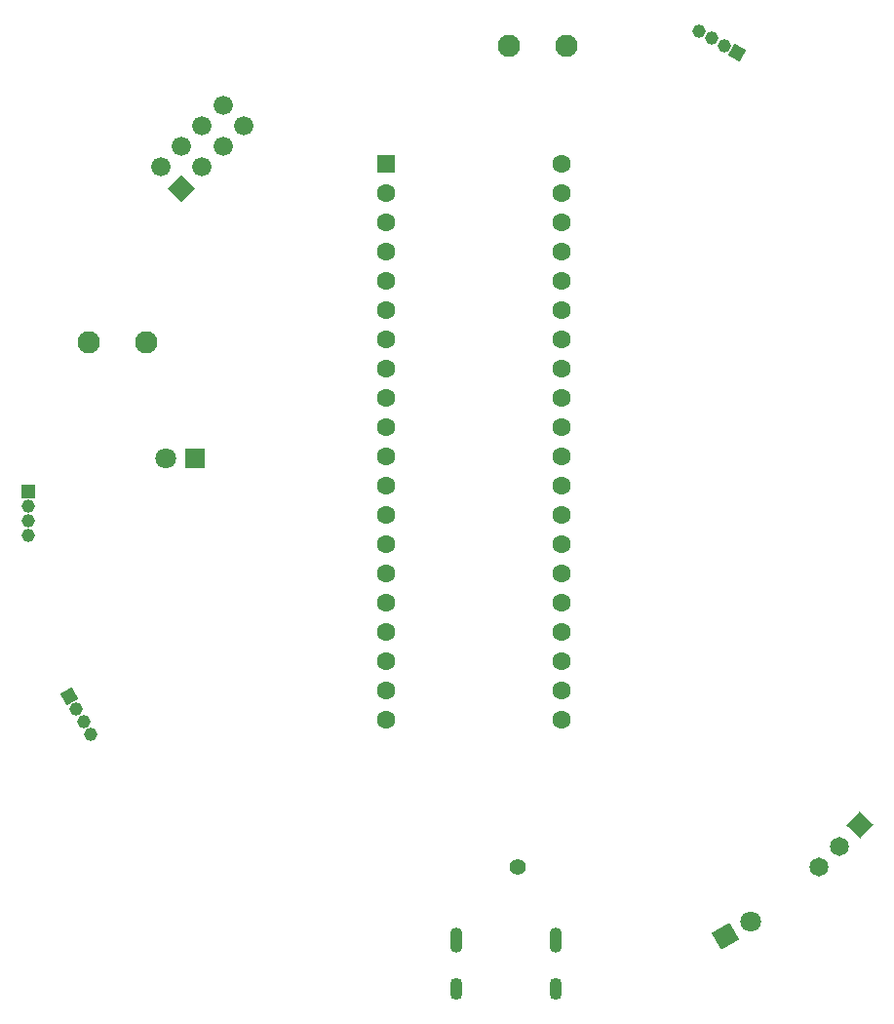
<source format=gbs>
G04*
G04 #@! TF.GenerationSoftware,Altium Limited,Altium Designer,24.6.1 (21)*
G04*
G04 Layer_Color=16711935*
%FSLAX25Y25*%
%MOIN*%
G70*
G04*
G04 #@! TF.SameCoordinates,810A1A35-3EFD-48DE-86EF-F02317520920*
G04*
G04*
G04 #@! TF.FilePolarity,Negative*
G04*
G01*
G75*
G04:AMPARAMS|DCode=40|XSize=70.93mil|YSize=66mil|CornerRadius=0mil|HoleSize=0mil|Usage=FLASHONLY|Rotation=30.000|XOffset=0mil|YOffset=0mil|HoleType=Round|Shape=Rectangle|*
%AMROTATEDRECTD40*
4,1,4,-0.01421,-0.04631,-0.04721,0.01085,0.01421,0.04631,0.04721,-0.01085,-0.01421,-0.04631,0.0*
%
%ADD40ROTATEDRECTD40*%

%ADD41C,0.07093*%
%ADD42C,0.06506*%
%ADD43P,0.09200X4X91.0*%
%ADD44O,0.04331X0.08662*%
%ADD45O,0.04331X0.07480*%
%ADD46C,0.07687*%
%ADD47R,0.04537X0.04537*%
%ADD48C,0.04537*%
%ADD49P,0.06416X4X345.0*%
%ADD50P,0.06416X4X195.0*%
%ADD51P,0.09334X4X90.0*%
%ADD52C,0.06600*%
%ADD53C,0.06307*%
%ADD54R,0.06307X0.06307*%
%ADD55R,0.07093X0.06600*%
%ADD56C,0.05600*%
D40*
X73056Y-154853D02*
D03*
D41*
X81716Y-149853D02*
D03*
X-118500Y8500D02*
D03*
D42*
X111927Y-124097D02*
D03*
X104980Y-131291D02*
D03*
D43*
X118873Y-116904D02*
D03*
D44*
X-19008Y-156384D02*
D03*
X15008D02*
D03*
D45*
X-19008Y-172841D02*
D03*
X15008D02*
D03*
D46*
X-1180Y149266D02*
D03*
X18505D02*
D03*
X-125109Y48000D02*
D03*
X-144794D02*
D03*
D47*
X-165543Y-3000D02*
D03*
D48*
Y-8000D02*
D03*
Y-13000D02*
D03*
Y-18000D02*
D03*
X-149071Y-77259D02*
D03*
X-146571Y-81589D02*
D03*
X-144071Y-85919D02*
D03*
X72705Y149464D02*
D03*
X68375Y151964D02*
D03*
X64045Y154464D02*
D03*
D49*
X-151571Y-72929D02*
D03*
D50*
X77036Y146964D02*
D03*
D51*
X-113071Y100858D02*
D03*
D52*
X-120142Y107929D02*
D03*
X-106000D02*
D03*
X-113071Y115000D02*
D03*
X-98929D02*
D03*
X-106000Y122071D02*
D03*
X-91858D02*
D03*
X-98929Y129142D02*
D03*
D53*
X-43000Y-41000D02*
D03*
Y-31000D02*
D03*
X17000Y69000D02*
D03*
Y-41000D02*
D03*
X-43000Y-1000D02*
D03*
Y19000D02*
D03*
Y39000D02*
D03*
Y49000D02*
D03*
Y59000D02*
D03*
X17000Y79000D02*
D03*
X-43000Y69000D02*
D03*
X17000Y109000D02*
D03*
Y-21000D02*
D03*
Y-31000D02*
D03*
Y99000D02*
D03*
Y89000D02*
D03*
Y59000D02*
D03*
Y49000D02*
D03*
Y39000D02*
D03*
Y29000D02*
D03*
Y19000D02*
D03*
Y9000D02*
D03*
Y-1000D02*
D03*
Y-11000D02*
D03*
Y-51000D02*
D03*
Y-61000D02*
D03*
Y-71000D02*
D03*
Y-81000D02*
D03*
X-43000D02*
D03*
Y-71000D02*
D03*
Y-61000D02*
D03*
Y-51000D02*
D03*
Y-21000D02*
D03*
Y-11000D02*
D03*
Y9000D02*
D03*
Y29000D02*
D03*
Y79000D02*
D03*
Y89000D02*
D03*
Y99000D02*
D03*
D54*
Y109000D02*
D03*
D55*
X-108500Y8500D02*
D03*
D56*
X1800Y-131200D02*
D03*
M02*

</source>
